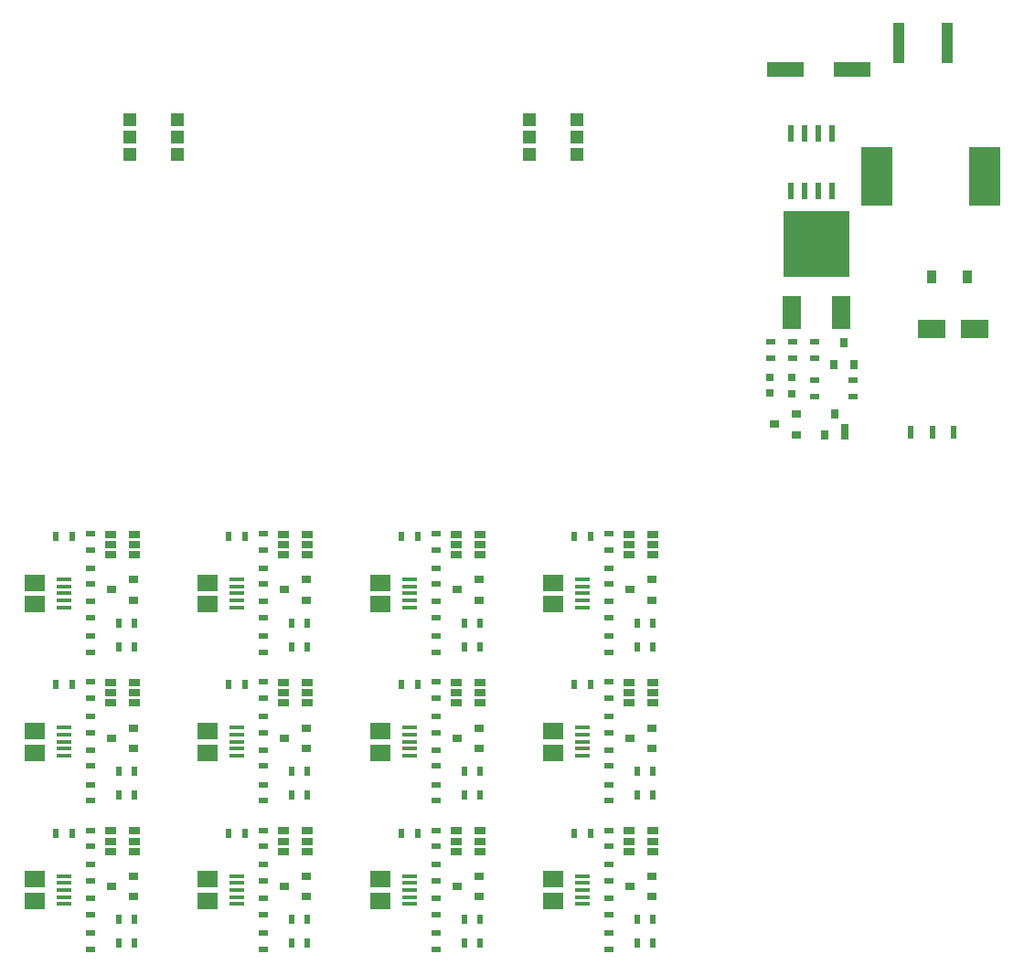
<source format=gtp>
%MOIN*%
%OFA0B0*%
%FSLAX46Y46*%
%IPPOS*%
%LPD*%
%ADD10C,0.0039370078740157488*%
%ADD11R,0.074803149606299218X0.059055118110236227*%
%ADD12R,0.053149606299212608X0.015748031496062995*%
%ADD13R,0.035433070866141732X0.031496062992125991*%
%ADD14R,0.041732283464566935X0.025590551181102365*%
%ADD15R,0.035433070866141732X0.01968503937007874*%
%ADD16R,0.01968503937007874X0.035433070866141732*%
%ADD27C,0.0039370078740157488*%
%ADD28R,0.074803149606299218X0.059055118110236227*%
%ADD29R,0.053149606299212608X0.015748031496062995*%
%ADD30R,0.035433070866141732X0.031496062992125991*%
%ADD31R,0.041732283464566935X0.025590551181102365*%
%ADD32R,0.035433070866141732X0.01968503937007874*%
%ADD33R,0.01968503937007874X0.035433070866141732*%
%ADD34C,0.0039370078740157488*%
%ADD35R,0.074803149606299218X0.059055118110236227*%
%ADD36R,0.053149606299212608X0.015748031496062995*%
%ADD37R,0.035433070866141732X0.031496062992125991*%
%ADD38R,0.041732283464566935X0.025590551181102365*%
%ADD39R,0.035433070866141732X0.01968503937007874*%
%ADD40R,0.01968503937007874X0.035433070866141732*%
%ADD41C,0.0039370078740157488*%
%ADD42R,0.074803149606299218X0.059055118110236227*%
%ADD43R,0.053149606299212608X0.015748031496062995*%
%ADD44R,0.035433070866141732X0.031496062992125991*%
%ADD45R,0.041732283464566935X0.025590551181102365*%
%ADD46R,0.035433070866141732X0.01968503937007874*%
%ADD47R,0.01968503937007874X0.035433070866141732*%
%ADD48C,0.0039370078740157488*%
%ADD49R,0.074803149606299218X0.059055118110236227*%
%ADD50R,0.053149606299212608X0.015748031496062995*%
%ADD51R,0.035433070866141732X0.031496062992125991*%
%ADD52R,0.041732283464566935X0.025590551181102365*%
%ADD53R,0.035433070866141732X0.01968503937007874*%
%ADD54R,0.01968503937007874X0.035433070866141732*%
%ADD55C,0.0039370078740157488*%
%ADD56R,0.074803149606299218X0.059055118110236227*%
%ADD57R,0.053149606299212608X0.015748031496062995*%
%ADD58R,0.035433070866141732X0.031496062992125991*%
%ADD59R,0.041732283464566935X0.025590551181102365*%
%ADD60R,0.035433070866141732X0.01968503937007874*%
%ADD61R,0.01968503937007874X0.035433070866141732*%
%ADD62C,0.0039370078740157488*%
%ADD63R,0.074803149606299218X0.059055118110236227*%
%ADD64R,0.053149606299212608X0.015748031496062995*%
%ADD65R,0.035433070866141732X0.031496062992125991*%
%ADD66R,0.041732283464566935X0.025590551181102365*%
%ADD67R,0.035433070866141732X0.01968503937007874*%
%ADD68R,0.01968503937007874X0.035433070866141732*%
%ADD69C,0.0039370078740157488*%
%ADD70R,0.074803149606299218X0.059055118110236227*%
%ADD71R,0.053149606299212608X0.015748031496062995*%
%ADD72R,0.035433070866141732X0.031496062992125991*%
%ADD73R,0.041732283464566935X0.025590551181102365*%
%ADD74R,0.035433070866141732X0.01968503937007874*%
%ADD75R,0.01968503937007874X0.035433070866141732*%
%ADD76C,0.0039370078740157488*%
%ADD77R,0.074803149606299218X0.059055118110236227*%
%ADD78R,0.053149606299212608X0.015748031496062995*%
%ADD79R,0.035433070866141732X0.031496062992125991*%
%ADD80R,0.041732283464566935X0.025590551181102365*%
%ADD81R,0.035433070866141732X0.01968503937007874*%
%ADD82R,0.01968503937007874X0.035433070866141732*%
%ADD83C,0.0039370078740157488*%
%ADD84R,0.074803149606299218X0.059055118110236227*%
%ADD85R,0.053149606299212608X0.015748031496062995*%
%ADD86R,0.035433070866141732X0.031496062992125991*%
%ADD87R,0.041732283464566935X0.025590551181102365*%
%ADD88R,0.035433070866141732X0.01968503937007874*%
%ADD89R,0.01968503937007874X0.035433070866141732*%
%ADD90C,0.0039370078740157488*%
%ADD91R,0.074803149606299218X0.059055118110236227*%
%ADD92R,0.053149606299212608X0.015748031496062995*%
%ADD93R,0.035433070866141732X0.031496062992125991*%
%ADD94R,0.041732283464566935X0.025590551181102365*%
%ADD95R,0.035433070866141732X0.01968503937007874*%
%ADD96R,0.01968503937007874X0.035433070866141732*%
%ADD97C,0.0039370078740157488*%
%ADD98R,0.074803149606299218X0.059055118110236227*%
%ADD99R,0.053149606299212608X0.015748031496062995*%
%ADD100R,0.035433070866141732X0.031496062992125991*%
%ADD101R,0.041732283464566935X0.025590551181102365*%
%ADD102R,0.035433070866141732X0.01968503937007874*%
%ADD103R,0.01968503937007874X0.035433070866141732*%
%ADD104C,0.0039370078740157488*%
%ADD105R,0.047244094488188976X0.047244094488188976*%
%ADD106C,0.0039370078740157488*%
%ADD107R,0.047244094488188976X0.047244094488188976*%
%ADD108C,0.0039370078740157488*%
%ADD109C,0.0039370078740157488*%
%ADD110C,0.0039370078740157488*%
%ADD111R,0.065X0.12000000000000001*%
%ADD112R,0.24000000000000002X0.24000000000000002*%
%ADD113R,0.03937007874015748X0.14960629921259844*%
%ADD114R,0.13385826771653545X0.055118110236220472*%
%ADD115R,0.01968503937007874X0.047244094488188976*%
%ADD116R,0.023622047244094488X0.0610236220472441*%
%ADD117R,0.1141732283464567X0.21259842519685043*%
%ADD118R,0.031496062992125991X0.035433070866141732*%
%ADD119R,0.035433070866141732X0.047244094488188976*%
%ADD120R,0.0984251968503937X0.070866141732283464*%
%ADD121R,0.029527559055118113X0.031496062992125991*%
%ADD122R,0.035433070866141732X0.01968503937007874*%
%ADD123R,0.035433070866141732X0.031496062992125991*%
%ADD124R,0.031496062992125991X0.03937007874015748*%
G01G01*
D10*
D11*
X0000196850Y0001181102D02*
X0000275984Y0001409448D03*
D12*
X0000382283Y0001474409D03*
X0000382283Y0001500000D03*
X0000382283Y0001397637D03*
X0000382283Y0001423228D03*
X0000382283Y0001448818D03*
D11*
X0000275984Y0001488188D03*
D13*
X0000635433Y0001424409D03*
X0000635433Y0001499212D03*
X0000556692Y0001461810D03*
D14*
X0000553937Y0001664566D03*
X0000553937Y0001627165D03*
X0000553937Y0001589763D03*
X0000640551Y0001589763D03*
X0000640551Y0001664566D03*
X0000640551Y0001627165D03*
D15*
X0000481102Y0001666929D03*
X0000481102Y0001607874D03*
X0000481102Y0001481889D03*
X0000481102Y0001540944D03*
D16*
X0000412598Y0001656299D03*
X0000353543Y0001656299D03*
D15*
X0000481102Y0001360236D03*
X0000481102Y0001419291D03*
X0000481102Y0001292913D03*
X0000481102Y0001233858D03*
D16*
X0000640944Y0001254724D03*
X0000581889Y0001254724D03*
X0000640944Y0001340944D03*
X0000581889Y0001340944D03*
G04 next file*
G04 Gerber Fmt 4.6, Leading zero omitted, Abs format (unit mm)*
G04 Created by KiCad (PCBNEW 4.0.7) date 11/16/17 17:14:57*
G01G01*
G04 APERTURE LIST*
G04 APERTURE END LIST*
D27*
D28*
X0000196850Y0000639763D02*
X0000275984Y0000868110D03*
D29*
X0000382283Y0000933070D03*
X0000382283Y0000958661D03*
X0000382283Y0000856299D03*
X0000382283Y0000881889D03*
X0000382283Y0000907480D03*
D28*
X0000275984Y0000946850D03*
D30*
X0000635433Y0000883070D03*
X0000635433Y0000957874D03*
X0000556692Y0000920472D03*
D31*
X0000553937Y0001123228D03*
X0000553937Y0001085826D03*
X0000553937Y0001048425D03*
X0000640551Y0001048425D03*
X0000640551Y0001123228D03*
X0000640551Y0001085826D03*
D32*
X0000481102Y0001125590D03*
X0000481102Y0001066535D03*
X0000481102Y0000940551D03*
X0000481102Y0000999606D03*
D33*
X0000412598Y0001114960D03*
X0000353543Y0001114960D03*
D32*
X0000481102Y0000818897D03*
X0000481102Y0000877952D03*
X0000481102Y0000751574D03*
X0000481102Y0000692519D03*
D33*
X0000640944Y0000713385D03*
X0000581889Y0000713385D03*
X0000640944Y0000799606D03*
X0000581889Y0000799606D03*
G04 next file*
G04 Gerber Fmt 4.6, Leading zero omitted, Abs format (unit mm)*
G04 Created by KiCad (PCBNEW 4.0.7) date 11/16/17 17:14:57*
G01G01*
G04 APERTURE LIST*
G04 APERTURE END LIST*
D34*
D35*
X0000196850Y0000098425D02*
X0000275984Y0000326771D03*
D36*
X0000382283Y0000391732D03*
X0000382283Y0000417322D03*
X0000382283Y0000314960D03*
X0000382283Y0000340551D03*
X0000382283Y0000366141D03*
D35*
X0000275984Y0000405511D03*
D37*
X0000635433Y0000341732D03*
X0000635433Y0000416535D03*
X0000556692Y0000379133D03*
D38*
X0000553937Y0000581889D03*
X0000553937Y0000544488D03*
X0000553937Y0000507086D03*
X0000640551Y0000507086D03*
X0000640551Y0000581889D03*
X0000640551Y0000544488D03*
D39*
X0000481102Y0000584251D03*
X0000481102Y0000525196D03*
X0000481102Y0000399212D03*
X0000481102Y0000458267D03*
D40*
X0000412598Y0000573622D03*
X0000353543Y0000573622D03*
D39*
X0000481102Y0000277559D03*
X0000481102Y0000336614D03*
X0000481102Y0000210236D03*
X0000481102Y0000151181D03*
D40*
X0000640944Y0000172047D03*
X0000581889Y0000172047D03*
X0000640944Y0000258267D03*
X0000581889Y0000258267D03*
G04 next file*
G04 Gerber Fmt 4.6, Leading zero omitted, Abs format (unit mm)*
G04 Created by KiCad (PCBNEW 4.0.7) date 11/16/17 17:14:57*
G01G01*
G04 APERTURE LIST*
G04 APERTURE END LIST*
D41*
D42*
X0000826771Y0001181102D02*
X0000905905Y0001409448D03*
D43*
X0001012204Y0001474409D03*
X0001012204Y0001500000D03*
X0001012204Y0001397637D03*
X0001012204Y0001423228D03*
X0001012204Y0001448818D03*
D42*
X0000905905Y0001488188D03*
D44*
X0001265354Y0001424409D03*
X0001265354Y0001499212D03*
X0001186614Y0001461810D03*
D45*
X0001183858Y0001664566D03*
X0001183858Y0001627165D03*
X0001183858Y0001589763D03*
X0001270472Y0001589763D03*
X0001270472Y0001664566D03*
X0001270472Y0001627165D03*
D46*
X0001111023Y0001666929D03*
X0001111023Y0001607874D03*
X0001111023Y0001481889D03*
X0001111023Y0001540944D03*
D47*
X0001042519Y0001656299D03*
X0000983464Y0001656299D03*
D46*
X0001111023Y0001360236D03*
X0001111023Y0001419291D03*
X0001111023Y0001292913D03*
X0001111023Y0001233858D03*
D47*
X0001270866Y0001254724D03*
X0001211811Y0001254724D03*
X0001270866Y0001340944D03*
X0001211811Y0001340944D03*
G04 next file*
G04 Gerber Fmt 4.6, Leading zero omitted, Abs format (unit mm)*
G04 Created by KiCad (PCBNEW 4.0.7) date 11/16/17 17:14:57*
G01G01*
G04 APERTURE LIST*
G04 APERTURE END LIST*
D48*
D49*
X0000826771Y0000639763D02*
X0000905905Y0000868110D03*
D50*
X0001012204Y0000933070D03*
X0001012204Y0000958661D03*
X0001012204Y0000856299D03*
X0001012204Y0000881889D03*
X0001012204Y0000907480D03*
D49*
X0000905905Y0000946850D03*
D51*
X0001265354Y0000883070D03*
X0001265354Y0000957874D03*
X0001186614Y0000920472D03*
D52*
X0001183858Y0001123228D03*
X0001183858Y0001085826D03*
X0001183858Y0001048425D03*
X0001270472Y0001048425D03*
X0001270472Y0001123228D03*
X0001270472Y0001085826D03*
D53*
X0001111023Y0001125590D03*
X0001111023Y0001066535D03*
X0001111023Y0000940551D03*
X0001111023Y0000999606D03*
D54*
X0001042519Y0001114960D03*
X0000983464Y0001114960D03*
D53*
X0001111023Y0000818897D03*
X0001111023Y0000877952D03*
X0001111023Y0000751574D03*
X0001111023Y0000692519D03*
D54*
X0001270866Y0000713385D03*
X0001211811Y0000713385D03*
X0001270866Y0000799606D03*
X0001211811Y0000799606D03*
G04 next file*
G04 Gerber Fmt 4.6, Leading zero omitted, Abs format (unit mm)*
G04 Created by KiCad (PCBNEW 4.0.7) date 11/16/17 17:14:57*
G01G01*
G04 APERTURE LIST*
G04 APERTURE END LIST*
D55*
D56*
X0000826771Y0000098425D02*
X0000905905Y0000326771D03*
D57*
X0001012204Y0000391732D03*
X0001012204Y0000417322D03*
X0001012204Y0000314960D03*
X0001012204Y0000340551D03*
X0001012204Y0000366141D03*
D56*
X0000905905Y0000405511D03*
D58*
X0001265354Y0000341732D03*
X0001265354Y0000416535D03*
X0001186614Y0000379133D03*
D59*
X0001183858Y0000581889D03*
X0001183858Y0000544488D03*
X0001183858Y0000507086D03*
X0001270472Y0000507086D03*
X0001270472Y0000581889D03*
X0001270472Y0000544488D03*
D60*
X0001111023Y0000584251D03*
X0001111023Y0000525196D03*
X0001111023Y0000399212D03*
X0001111023Y0000458267D03*
D61*
X0001042519Y0000573622D03*
X0000983464Y0000573622D03*
D60*
X0001111023Y0000277559D03*
X0001111023Y0000336614D03*
X0001111023Y0000210236D03*
X0001111023Y0000151181D03*
D61*
X0001270866Y0000172047D03*
X0001211811Y0000172047D03*
X0001270866Y0000258267D03*
X0001211811Y0000258267D03*
G04 next file*
G04 Gerber Fmt 4.6, Leading zero omitted, Abs format (unit mm)*
G04 Created by KiCad (PCBNEW 4.0.7) date 11/16/17 17:14:57*
G01G01*
G04 APERTURE LIST*
G04 APERTURE END LIST*
D62*
D63*
X0001456692Y0001181102D02*
X0001535826Y0001409448D03*
D64*
X0001642125Y0001474409D03*
X0001642125Y0001500000D03*
X0001642125Y0001397637D03*
X0001642125Y0001423228D03*
X0001642125Y0001448818D03*
D63*
X0001535826Y0001488188D03*
D65*
X0001895275Y0001424409D03*
X0001895275Y0001499212D03*
X0001816535Y0001461810D03*
D66*
X0001813779Y0001664566D03*
X0001813779Y0001627165D03*
X0001813779Y0001589763D03*
X0001900393Y0001589763D03*
X0001900393Y0001664566D03*
X0001900393Y0001627165D03*
D67*
X0001740944Y0001666929D03*
X0001740944Y0001607874D03*
X0001740944Y0001481889D03*
X0001740944Y0001540944D03*
D68*
X0001672440Y0001656299D03*
X0001613385Y0001656299D03*
D67*
X0001740944Y0001360236D03*
X0001740944Y0001419291D03*
X0001740944Y0001292913D03*
X0001740944Y0001233858D03*
D68*
X0001900787Y0001254724D03*
X0001841732Y0001254724D03*
X0001900787Y0001340944D03*
X0001841732Y0001340944D03*
G04 next file*
G04 Gerber Fmt 4.6, Leading zero omitted, Abs format (unit mm)*
G04 Created by KiCad (PCBNEW 4.0.7) date 11/16/17 17:14:57*
G01G01*
G04 APERTURE LIST*
G04 APERTURE END LIST*
D69*
D70*
X0001456692Y0000639763D02*
X0001535826Y0000868110D03*
D71*
X0001642125Y0000933070D03*
X0001642125Y0000958661D03*
X0001642125Y0000856299D03*
X0001642125Y0000881889D03*
X0001642125Y0000907480D03*
D70*
X0001535826Y0000946850D03*
D72*
X0001895275Y0000883070D03*
X0001895275Y0000957874D03*
X0001816535Y0000920472D03*
D73*
X0001813779Y0001123228D03*
X0001813779Y0001085826D03*
X0001813779Y0001048425D03*
X0001900393Y0001048425D03*
X0001900393Y0001123228D03*
X0001900393Y0001085826D03*
D74*
X0001740944Y0001125590D03*
X0001740944Y0001066535D03*
X0001740944Y0000940551D03*
X0001740944Y0000999606D03*
D75*
X0001672440Y0001114960D03*
X0001613385Y0001114960D03*
D74*
X0001740944Y0000818897D03*
X0001740944Y0000877952D03*
X0001740944Y0000751574D03*
X0001740944Y0000692519D03*
D75*
X0001900787Y0000713385D03*
X0001841732Y0000713385D03*
X0001900787Y0000799606D03*
X0001841732Y0000799606D03*
G04 next file*
G04 Gerber Fmt 4.6, Leading zero omitted, Abs format (unit mm)*
G04 Created by KiCad (PCBNEW 4.0.7) date 11/16/17 17:14:57*
G01G01*
G04 APERTURE LIST*
G04 APERTURE END LIST*
D76*
D77*
X0001456692Y0000098425D02*
X0001535826Y0000326771D03*
D78*
X0001642125Y0000391732D03*
X0001642125Y0000417322D03*
X0001642125Y0000314960D03*
X0001642125Y0000340551D03*
X0001642125Y0000366141D03*
D77*
X0001535826Y0000405511D03*
D79*
X0001895275Y0000341732D03*
X0001895275Y0000416535D03*
X0001816535Y0000379133D03*
D80*
X0001813779Y0000581889D03*
X0001813779Y0000544488D03*
X0001813779Y0000507086D03*
X0001900393Y0000507086D03*
X0001900393Y0000581889D03*
X0001900393Y0000544488D03*
D81*
X0001740944Y0000584251D03*
X0001740944Y0000525196D03*
X0001740944Y0000399212D03*
X0001740944Y0000458267D03*
D82*
X0001672440Y0000573622D03*
X0001613385Y0000573622D03*
D81*
X0001740944Y0000277559D03*
X0001740944Y0000336614D03*
X0001740944Y0000210236D03*
X0001740944Y0000151181D03*
D82*
X0001900787Y0000172047D03*
X0001841732Y0000172047D03*
X0001900787Y0000258267D03*
X0001841732Y0000258267D03*
G04 next file*
G04 Gerber Fmt 4.6, Leading zero omitted, Abs format (unit mm)*
G04 Created by KiCad (PCBNEW 4.0.7) date 11/16/17 17:14:57*
G01G01*
G04 APERTURE LIST*
G04 APERTURE END LIST*
D83*
D84*
X0002086614Y0001181102D02*
X0002165748Y0001409448D03*
D85*
X0002272047Y0001474409D03*
X0002272047Y0001500000D03*
X0002272047Y0001397637D03*
X0002272047Y0001423228D03*
X0002272047Y0001448818D03*
D84*
X0002165748Y0001488188D03*
D86*
X0002525196Y0001424409D03*
X0002525196Y0001499212D03*
X0002446456Y0001461810D03*
D87*
X0002443700Y0001664566D03*
X0002443700Y0001627165D03*
X0002443700Y0001589763D03*
X0002530314Y0001589763D03*
X0002530314Y0001664566D03*
X0002530314Y0001627165D03*
D88*
X0002370866Y0001666929D03*
X0002370866Y0001607874D03*
X0002370866Y0001481889D03*
X0002370866Y0001540944D03*
D89*
X0002302362Y0001656299D03*
X0002243307Y0001656299D03*
D88*
X0002370866Y0001360236D03*
X0002370866Y0001419291D03*
X0002370866Y0001292913D03*
X0002370866Y0001233858D03*
D89*
X0002530708Y0001254724D03*
X0002471653Y0001254724D03*
X0002530708Y0001340944D03*
X0002471653Y0001340944D03*
G04 next file*
G04 Gerber Fmt 4.6, Leading zero omitted, Abs format (unit mm)*
G04 Created by KiCad (PCBNEW 4.0.7) date 11/16/17 17:14:57*
G01G01*
G04 APERTURE LIST*
G04 APERTURE END LIST*
D90*
D91*
X0002086614Y0000639763D02*
X0002165748Y0000868110D03*
D92*
X0002272047Y0000933070D03*
X0002272047Y0000958661D03*
X0002272047Y0000856299D03*
X0002272047Y0000881889D03*
X0002272047Y0000907480D03*
D91*
X0002165748Y0000946850D03*
D93*
X0002525196Y0000883070D03*
X0002525196Y0000957874D03*
X0002446456Y0000920472D03*
D94*
X0002443700Y0001123228D03*
X0002443700Y0001085826D03*
X0002443700Y0001048425D03*
X0002530314Y0001048425D03*
X0002530314Y0001123228D03*
X0002530314Y0001085826D03*
D95*
X0002370866Y0001125590D03*
X0002370866Y0001066535D03*
X0002370866Y0000940551D03*
X0002370866Y0000999606D03*
D96*
X0002302362Y0001114960D03*
X0002243307Y0001114960D03*
D95*
X0002370866Y0000818897D03*
X0002370866Y0000877952D03*
X0002370866Y0000751574D03*
X0002370866Y0000692519D03*
D96*
X0002530708Y0000713385D03*
X0002471653Y0000713385D03*
X0002530708Y0000799606D03*
X0002471653Y0000799606D03*
G04 next file*
G04 Gerber Fmt 4.6, Leading zero omitted, Abs format (unit mm)*
G04 Created by KiCad (PCBNEW 4.0.7) date 11/16/17 17:14:57*
G01G01*
G04 APERTURE LIST*
G04 APERTURE END LIST*
D97*
D98*
X0002086614Y0000098425D02*
X0002165748Y0000326771D03*
D99*
X0002272047Y0000391732D03*
X0002272047Y0000417322D03*
X0002272047Y0000314960D03*
X0002272047Y0000340551D03*
X0002272047Y0000366141D03*
D98*
X0002165748Y0000405511D03*
D100*
X0002525196Y0000341732D03*
X0002525196Y0000416535D03*
X0002446456Y0000379133D03*
D101*
X0002443700Y0000581889D03*
X0002443700Y0000544488D03*
X0002443700Y0000507086D03*
X0002530314Y0000507086D03*
X0002530314Y0000581889D03*
X0002530314Y0000544488D03*
D102*
X0002370866Y0000584251D03*
X0002370866Y0000525196D03*
X0002370866Y0000399212D03*
X0002370866Y0000458267D03*
D103*
X0002302362Y0000573622D03*
X0002243307Y0000573622D03*
D102*
X0002370866Y0000277559D03*
X0002370866Y0000336614D03*
X0002370866Y0000210236D03*
X0002370866Y0000151181D03*
D103*
X0002530708Y0000172047D03*
X0002471653Y0000172047D03*
X0002530708Y0000258267D03*
X0002471653Y0000258267D03*
G04 next file*
G04 Gerber Fmt 4.6, Leading zero omitted, Abs format (unit mm)*
G04 Created by KiCad (PCBNEW 4.0.7) date 11/16/17 20:56:22*
G01G01*
G04 APERTURE LIST*
G04 APERTURE END LIST*
D104*
D105*
X0001456692Y0003937007D02*
X0002253937Y0003175196D03*
X0002253937Y0003112204D03*
X0002080708Y0003175196D03*
X0002080708Y0003112204D03*
X0002080708Y0003049212D03*
X0002253937Y0003049212D03*
G04 next file*
G04 Gerber Fmt 4.6, Leading zero omitted, Abs format (unit mm)*
G04 Created by KiCad (PCBNEW 4.0.7) date 11/16/17 21:01:15*
G01G01*
G04 APERTURE LIST*
G04 APERTURE END LIST*
D106*
D107*
X0000000000Y0003937007D02*
X0000797244Y0003175196D03*
X0000797244Y0003112204D03*
X0000624015Y0003175196D03*
X0000624015Y0003112204D03*
X0000624015Y0003049212D03*
X0000797244Y0003049212D03*
G04 next file*
G04 Gerber Fmt 4.6, Leading zero omitted, Abs format (unit mm)*
G04 Created by KiCad (PCBNEW 4.0.7) date 11/16/17 21:03:46*
G01G01*
G04 APERTURE LIST*
G04 APERTURE END LIST*
D108*
G04 next file*
G04 Gerber Fmt 4.6, Leading zero omitted, Abs format (unit mm)*
G04 Created by KiCad (PCBNEW 4.0.7) date 11/16/17 21:03:46*
G01G01*
G04 APERTURE LIST*
G04 APERTURE END LIST*
D109*
G04 next file*
G04 Gerber Fmt 4.6, Leading zero omitted, Abs format (unit mm)*
G04 Created by KiCad (PCBNEW 4.0.7) date 11/16/17 21:22:26*
G01G01*
G04 APERTURE LIST*
G04 APERTURE END LIST*
D110*
D111*
X0002913385Y0003937007D02*
X0003036535Y0002472440D03*
D112*
X0003126535Y0002722440D03*
D111*
X0003216535Y0002472440D03*
D113*
X0003425590Y0003455905D03*
X0003602755Y0003455905D03*
D114*
X0003012598Y0003358267D03*
X0003256692Y0003358267D03*
D115*
X0003548425Y0002035039D03*
X0003627165Y0002035039D03*
X0003469685Y0002035039D03*
D116*
X0003031299Y0002915354D03*
X0003081299Y0002915354D03*
X0003131299Y0002915354D03*
X0003181299Y0002915354D03*
X0003181299Y0003127952D03*
X0003131299Y0003127952D03*
X0003081299Y0003127952D03*
X0003031299Y0003127952D03*
D117*
X0003738582Y0002970472D03*
X0003346456Y0002970472D03*
D118*
X0003188976Y0002283464D03*
X0003263779Y0002283464D03*
X0003226377Y0002362204D03*
D119*
X0003545275Y0002602362D03*
X0003675196Y0002602362D03*
D120*
X0003545275Y0002413385D03*
X0003702755Y0002413385D03*
D121*
X0003037401Y0002177165D03*
X0003037401Y0002236220D03*
X0002956692Y0002179133D03*
X0002956692Y0002238188D03*
D122*
X0002960629Y0002365157D03*
X0002960629Y0002306102D03*
X0003118110Y0002306102D03*
X0003118110Y0002365157D03*
X0003039370Y0002365157D03*
X0003039370Y0002306102D03*
D123*
X0003053149Y0002027559D03*
X0003053149Y0002102362D03*
X0002974409Y0002064960D03*
D122*
X0003118110Y0002167322D03*
X0003118110Y0002226377D03*
X0003259842Y0002226377D03*
X0003259842Y0002167322D03*
D118*
X0003155511Y0002025590D03*
X0003230314Y0002025590D03*
X0003192913Y0002104330D03*
D124*
X0003230314Y0002047244D03*
M02*
</source>
